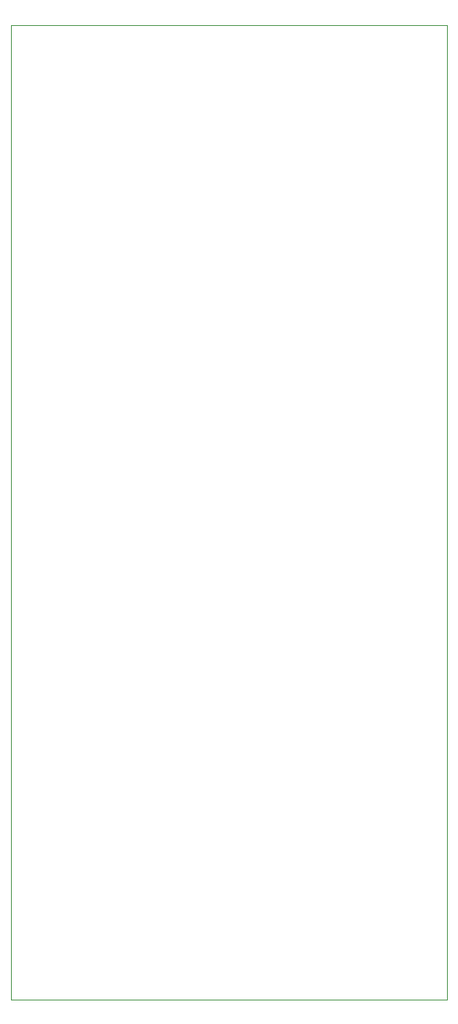
<source format=gbr>
G04 #@! TF.GenerationSoftware,KiCad,Pcbnew,5.1.2-f72e74a~84~ubuntu18.04.1*
G04 #@! TF.CreationDate,2019-05-08T19:05:58-06:00*
G04 #@! TF.ProjectId,anderson_fuse_board,616e6465-7273-46f6-9e5f-667573655f62,rev?*
G04 #@! TF.SameCoordinates,Original*
G04 #@! TF.FileFunction,Profile,NP*
%FSLAX46Y46*%
G04 Gerber Fmt 4.6, Leading zero omitted, Abs format (unit mm)*
G04 Created by KiCad (PCBNEW 5.1.2-f72e74a~84~ubuntu18.04.1) date 2019-05-08 19:05:58*
%MOMM*%
%LPD*%
G04 APERTURE LIST*
%ADD10C,0.050000*%
G04 APERTURE END LIST*
D10*
X122000000Y-54500000D02*
X75000000Y-54500000D01*
X122000000Y-159500000D02*
X122000000Y-54500000D01*
X75000000Y-159500000D02*
X122000000Y-159500000D01*
X75000000Y-54500000D02*
X75000000Y-159500000D01*
M02*

</source>
